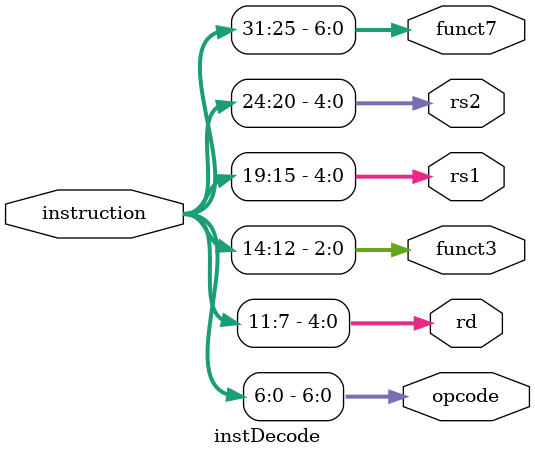
<source format=v>
`timescale 1ns / 1ps

module instDecode(
    input [31:0] instruction,
    output wire [6:0] opcode,
    output wire [4:0] rd,
    output wire [2:0] funct3,
    output wire [4:0] rs1,
    output wire [4:0] rs2,
    output wire [6:0] funct7
    );
    
    assign opcode = instruction[6:0];
    assign rd     = instruction[11:7];
    assign funct3 = instruction[14:12];
    assign rs1    = instruction[19:15];
    assign rs2    = instruction[24:20];
    assign funct7 = instruction[31:25];

endmodule

</source>
